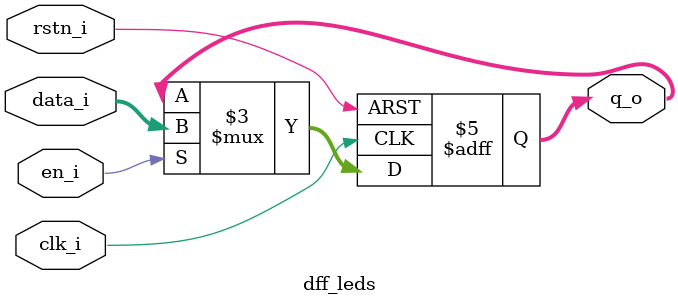
<source format=v>
`timescale 1ns / 1ps


module dff_leds(
 input [9:0] data_i,
 input clk_i,
 input rstn_i,
 input en_i,
 output reg [9:0]q_o
    );
always @(posedge clk_i or negedge rstn_i) begin 
 if ( !rstn_i ) q_o<= 0; 
  else if ( en_i ) q_o<= data_i; 
end 
endmodule

</source>
